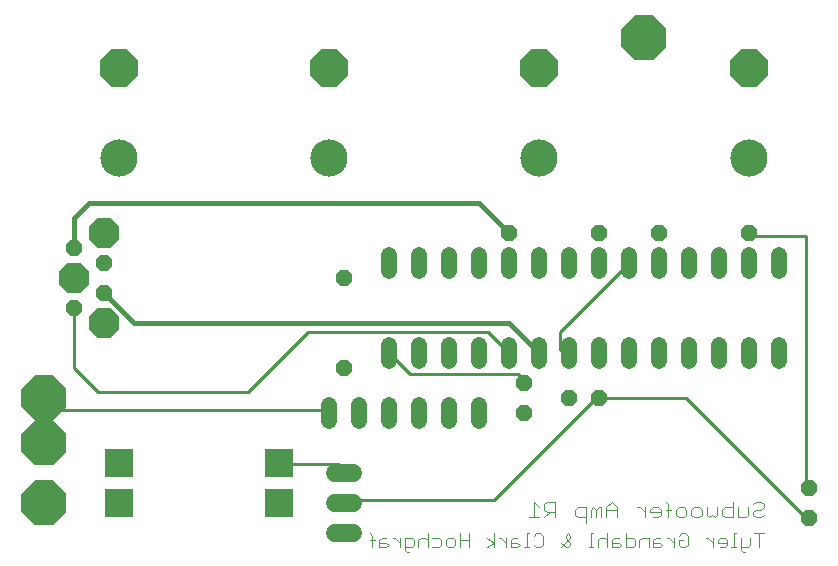
<source format=gbl>
G75*
G70*
%OFA0B0*%
%FSLAX24Y24*%
%IPPOS*%
%LPD*%
%AMOC8*
5,1,8,0,0,1.08239X$1,22.5*
%
%ADD10C,0.0040*%
%ADD11C,0.0600*%
%ADD12OC8,0.1000*%
%ADD13OC8,0.0560*%
%ADD14C,0.0520*%
%ADD15OC8,0.1240*%
%ADD16C,0.1240*%
%ADD17OC8,0.0520*%
%ADD18OC8,0.1500*%
%ADD19R,0.0945X0.0945*%
%ADD20C,0.0100*%
%ADD21C,0.0160*%
D10*
X012078Y001844D02*
X012078Y002228D01*
X012001Y002305D01*
X012001Y002074D02*
X012155Y002074D01*
X012308Y002074D02*
X012308Y001844D01*
X012538Y001844D01*
X012615Y001921D01*
X012538Y001998D01*
X012308Y001998D01*
X012308Y002074D02*
X012385Y002151D01*
X012538Y002151D01*
X012768Y002151D02*
X012845Y002151D01*
X012999Y001998D01*
X012999Y002151D02*
X012999Y001844D01*
X013152Y001844D02*
X013382Y001844D01*
X013459Y001921D01*
X013459Y002074D01*
X013382Y002151D01*
X013152Y002151D01*
X013152Y001768D01*
X013229Y001691D01*
X013305Y001691D01*
X013612Y001844D02*
X013612Y002074D01*
X013689Y002151D01*
X013843Y002151D01*
X013919Y002074D01*
X014073Y002151D02*
X014303Y002151D01*
X014380Y002074D01*
X014380Y001921D01*
X014303Y001844D01*
X014073Y001844D01*
X013919Y001844D02*
X013919Y002305D01*
X014533Y002074D02*
X014610Y002151D01*
X014763Y002151D01*
X014840Y002074D01*
X014840Y001921D01*
X014763Y001844D01*
X014610Y001844D01*
X014533Y001921D01*
X014533Y002074D01*
X014993Y002074D02*
X015300Y002074D01*
X015300Y001844D02*
X015300Y002305D01*
X014993Y002305D02*
X014993Y001844D01*
X015914Y001844D02*
X016144Y001998D01*
X015914Y002151D01*
X016144Y002305D02*
X016144Y001844D01*
X016528Y001844D02*
X016528Y002151D01*
X016528Y001998D02*
X016374Y002151D01*
X016298Y002151D01*
X016681Y002074D02*
X016681Y001844D01*
X016912Y001844D01*
X016988Y001921D01*
X016912Y001998D01*
X016681Y001998D01*
X016681Y002074D02*
X016758Y002151D01*
X016912Y002151D01*
X017218Y002305D02*
X017218Y001844D01*
X017142Y001844D02*
X017295Y001844D01*
X017449Y001921D02*
X017525Y001844D01*
X017679Y001844D01*
X017755Y001921D01*
X017755Y002228D01*
X017679Y002305D01*
X017525Y002305D01*
X017449Y002228D01*
X017295Y002305D02*
X017218Y002305D01*
X017298Y002844D02*
X017644Y002844D01*
X017813Y002844D02*
X017987Y003018D01*
X017900Y003018D02*
X018160Y003018D01*
X018160Y002844D02*
X018160Y003365D01*
X017900Y003365D01*
X017813Y003278D01*
X017813Y003104D01*
X017900Y003018D01*
X017644Y003191D02*
X017471Y003365D01*
X017471Y002844D01*
X018523Y002228D02*
X018599Y002305D01*
X018676Y002228D01*
X018676Y002151D01*
X018369Y001844D01*
X018369Y001998D02*
X018523Y001844D01*
X018599Y001844D01*
X018676Y001921D01*
X018676Y001998D01*
X018523Y002151D01*
X018523Y002228D01*
X019191Y002671D02*
X019191Y003191D01*
X018931Y003191D01*
X018844Y003104D01*
X018844Y002931D01*
X018931Y002844D01*
X019191Y002844D01*
X019360Y002844D02*
X019360Y003104D01*
X019447Y003191D01*
X019534Y003104D01*
X019534Y002844D01*
X019707Y002844D02*
X019707Y003191D01*
X019620Y003191D01*
X019534Y003104D01*
X019876Y003104D02*
X020223Y003104D01*
X020223Y003191D02*
X020049Y003365D01*
X019876Y003191D01*
X019876Y002844D01*
X020223Y002844D02*
X020223Y003191D01*
X020908Y003191D02*
X020994Y003191D01*
X021168Y003018D01*
X021337Y003018D02*
X021684Y003018D01*
X021684Y003104D02*
X021597Y003191D01*
X021423Y003191D01*
X021337Y003104D01*
X021337Y003018D01*
X021423Y002844D02*
X021597Y002844D01*
X021684Y002931D01*
X021684Y003104D01*
X021854Y003104D02*
X022027Y003104D01*
X022196Y003104D02*
X022196Y002931D01*
X022283Y002844D01*
X022456Y002844D01*
X022543Y002931D01*
X022543Y003104D01*
X022456Y003191D01*
X022283Y003191D01*
X022196Y003104D01*
X021941Y003278D02*
X021941Y002844D01*
X021941Y003278D02*
X021854Y003365D01*
X021168Y003191D02*
X021168Y002844D01*
X021055Y002151D02*
X020978Y002074D01*
X020978Y001844D01*
X020824Y001921D02*
X020824Y002074D01*
X020748Y002151D01*
X020518Y002151D01*
X020518Y002305D02*
X020518Y001844D01*
X020748Y001844D01*
X020824Y001921D01*
X021055Y002151D02*
X021285Y002151D01*
X021285Y001844D01*
X021438Y001844D02*
X021669Y001844D01*
X021745Y001921D01*
X021669Y001998D01*
X021438Y001998D01*
X021438Y002074D02*
X021438Y001844D01*
X021438Y002074D02*
X021515Y002151D01*
X021669Y002151D01*
X021899Y002151D02*
X021975Y002151D01*
X022129Y001998D01*
X022129Y002151D02*
X022129Y001844D01*
X022282Y001921D02*
X022282Y002074D01*
X022436Y002074D01*
X022589Y001921D02*
X022512Y001844D01*
X022359Y001844D01*
X022282Y001921D01*
X022282Y002228D02*
X022359Y002305D01*
X022512Y002305D01*
X022589Y002228D01*
X022589Y001921D01*
X023203Y002151D02*
X023280Y002151D01*
X023433Y001998D01*
X023433Y002151D02*
X023433Y001844D01*
X023587Y001998D02*
X023894Y001998D01*
X023894Y002074D02*
X023817Y002151D01*
X023663Y002151D01*
X023587Y002074D01*
X023587Y001998D01*
X023663Y001844D02*
X023817Y001844D01*
X023894Y001921D01*
X023894Y002074D01*
X024047Y001844D02*
X024200Y001844D01*
X024124Y001844D02*
X024124Y002305D01*
X024200Y002305D01*
X024354Y002151D02*
X024354Y001768D01*
X024431Y001691D01*
X024507Y001691D01*
X024584Y001844D02*
X024354Y001844D01*
X024584Y001844D02*
X024661Y001921D01*
X024661Y002151D01*
X024814Y002305D02*
X025121Y002305D01*
X024968Y002305D02*
X024968Y001844D01*
X025034Y002844D02*
X024861Y002844D01*
X024774Y002931D01*
X024774Y003018D01*
X024861Y003104D01*
X025034Y003104D01*
X025121Y003191D01*
X025121Y003278D01*
X025034Y003365D01*
X024861Y003365D01*
X024774Y003278D01*
X024605Y003191D02*
X024605Y002931D01*
X024519Y002844D01*
X024259Y002844D01*
X024259Y003191D01*
X024090Y003191D02*
X023830Y003191D01*
X023743Y003104D01*
X023743Y002931D01*
X023830Y002844D01*
X024090Y002844D01*
X024090Y003365D01*
X023574Y003191D02*
X023574Y002931D01*
X023487Y002844D01*
X023401Y002931D01*
X023314Y002844D01*
X023227Y002931D01*
X023227Y003191D01*
X023059Y003104D02*
X023059Y002931D01*
X022972Y002844D01*
X022798Y002844D01*
X022712Y002931D01*
X022712Y003104D01*
X022798Y003191D01*
X022972Y003191D01*
X023059Y003104D01*
X025034Y002844D02*
X025121Y002931D01*
X020364Y001921D02*
X020287Y001998D01*
X020057Y001998D01*
X020057Y002074D02*
X020057Y001844D01*
X020287Y001844D01*
X020364Y001921D01*
X020287Y002151D02*
X020134Y002151D01*
X020057Y002074D01*
X019904Y002074D02*
X019827Y002151D01*
X019674Y002151D01*
X019597Y002074D01*
X019597Y001844D01*
X019443Y001844D02*
X019290Y001844D01*
X019367Y001844D02*
X019367Y002305D01*
X019443Y002305D01*
X019904Y002305D02*
X019904Y001844D01*
D11*
X011441Y002324D02*
X010841Y002324D01*
X010841Y003324D02*
X011441Y003324D01*
X011441Y004324D02*
X010841Y004324D01*
D12*
X003141Y009324D03*
X002141Y010824D03*
X003141Y012324D03*
D13*
X002141Y011824D03*
X003141Y011324D03*
X003141Y010324D03*
X002141Y009824D03*
D14*
X010641Y006584D02*
X010641Y006064D01*
X011641Y006064D02*
X011641Y006584D01*
X012641Y006584D02*
X012641Y006064D01*
X013641Y006064D02*
X013641Y006584D01*
X014641Y006584D02*
X014641Y006064D01*
X015641Y006064D02*
X015641Y006584D01*
X015641Y008064D02*
X015641Y008584D01*
X016641Y008584D02*
X016641Y008064D01*
X017641Y008064D02*
X017641Y008584D01*
X018641Y008584D02*
X018641Y008064D01*
X019641Y008064D02*
X019641Y008584D01*
X020641Y008584D02*
X020641Y008064D01*
X021641Y008064D02*
X021641Y008584D01*
X022641Y008584D02*
X022641Y008064D01*
X023641Y008064D02*
X023641Y008584D01*
X024641Y008584D02*
X024641Y008064D01*
X025641Y008064D02*
X025641Y008584D01*
X025641Y011064D02*
X025641Y011584D01*
X024641Y011584D02*
X024641Y011064D01*
X023641Y011064D02*
X023641Y011584D01*
X022641Y011584D02*
X022641Y011064D01*
X021641Y011064D02*
X021641Y011584D01*
X020641Y011584D02*
X020641Y011064D01*
X019641Y011064D02*
X019641Y011584D01*
X018641Y011584D02*
X018641Y011064D01*
X017641Y011064D02*
X017641Y011584D01*
X016641Y011584D02*
X016641Y011064D01*
X015641Y011064D02*
X015641Y011584D01*
X014641Y011584D02*
X014641Y011064D01*
X013641Y011064D02*
X013641Y011584D01*
X012641Y011584D02*
X012641Y011064D01*
X012641Y008584D02*
X012641Y008064D01*
X013641Y008064D02*
X013641Y008584D01*
X014641Y008584D02*
X014641Y008064D01*
D15*
X017641Y017824D03*
X010641Y017824D03*
X003641Y017824D03*
X024641Y017824D03*
D16*
X024641Y014824D03*
X017641Y014824D03*
X010641Y014824D03*
X003641Y014824D03*
D17*
X011141Y010824D03*
X011141Y007824D03*
X017141Y007324D03*
X017141Y006324D03*
X018641Y006824D03*
X019641Y006824D03*
X026641Y003824D03*
X026641Y002824D03*
X024641Y012324D03*
X021641Y012324D03*
X019641Y012324D03*
X016641Y012324D03*
D18*
X001141Y003324D03*
X001141Y005324D03*
X001141Y006824D03*
X021141Y018824D03*
D19*
X008956Y004663D03*
X008956Y003324D03*
X003641Y003324D03*
X003641Y004663D03*
D20*
X001541Y006424D02*
X010541Y006424D01*
X010641Y006324D01*
X009141Y004624D02*
X008956Y004663D01*
X009141Y004624D02*
X010941Y004624D01*
X011141Y004424D01*
X011141Y004324D01*
X011141Y003424D02*
X011141Y003324D01*
X011141Y003424D02*
X016141Y003424D01*
X019541Y006824D01*
X019641Y006824D01*
X022541Y006824D01*
X026541Y002824D01*
X026641Y002824D01*
X026641Y003824D02*
X026541Y003824D01*
X026541Y012224D01*
X024741Y012224D01*
X024641Y012324D01*
X020641Y011324D02*
X018341Y009024D01*
X018341Y008424D01*
X018541Y008424D01*
X018641Y008324D01*
X017141Y007424D02*
X017141Y007324D01*
X017141Y007424D02*
X016941Y007624D01*
X013341Y007624D01*
X012641Y008324D01*
X009941Y009024D02*
X007941Y007024D01*
X002941Y007024D01*
X002141Y007824D01*
X002141Y009824D01*
X001141Y006824D02*
X001541Y006424D01*
X009941Y009024D02*
X015941Y009024D01*
X016641Y008324D01*
D21*
X017641Y008324D02*
X016641Y009324D01*
X004141Y009324D01*
X003141Y010324D01*
X002141Y011824D02*
X002141Y012824D01*
X002641Y013324D01*
X015641Y013324D01*
X016641Y012324D01*
M02*

</source>
